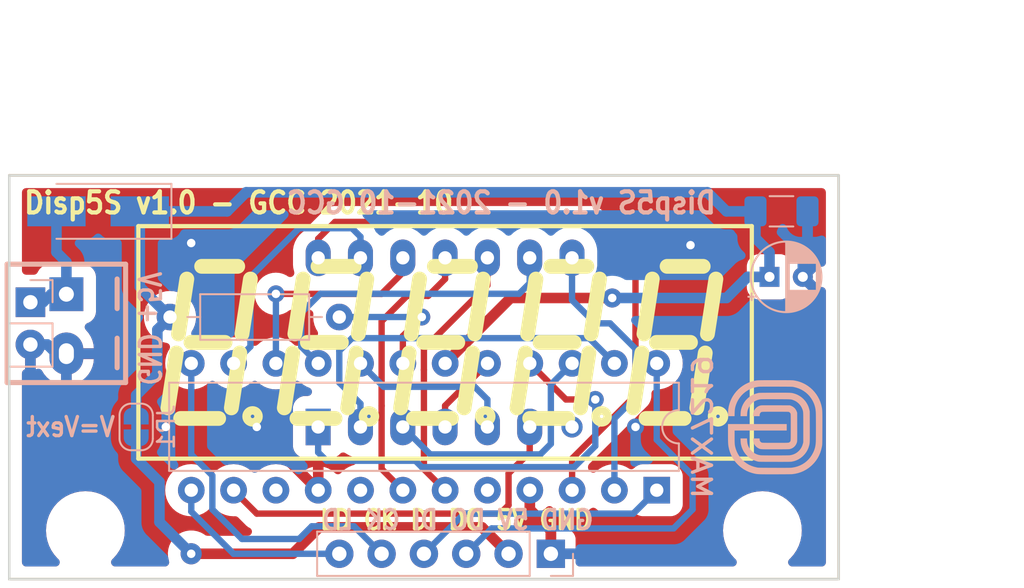
<source format=kicad_pcb>
(kicad_pcb (version 20211014) (generator pcbnew)
  (title_block (title "FSP-M10 AutoPilot") (rev "v1.0"))
  (layers (0 "F.Cu" signal "Rame.Fronte") (31 "B.Cu" signal "Rame.Retro") (34 "B.Paste" user) (35 "F.Paste" user) (36 "B.SilkS" user "B.Silkscreen") (37 "F.SilkS" user "F.Silkscreen") (38 "B.Mask" user) (39 "F.Mask" user) (44 "Edge.Cuts" user))
  (net 0 "")
  (net 1 "/5V")
  (net 2 "/CK")
  (net 3 "/DI")
  (net 4 "/K01")
  (net 5 "/K02")
  (net 6 "/K03")
  (net 7 "/K04")
  (net 8 "/K05")
  (net 9 "/K06")
  (net 10 "/LD")
  (net 11 "/S0A")
  (net 12 "/S0B")
  (net 13 "/S0C")
  (net 14 "/S0D")
  (net 15 "/S0E")
  (net 16 "/S0F")
  (net 17 "/S0G")
  (net 18 "/S0dp")
  (net 19 "GND")
  (net 20 "Net-(D1-Pad2)")
  (net 21 "/K07")
  (net 22 "Net-(IC1-Pad18)")
  (net 23 "/K08")
  (net 24 "/DO")
  (net 25 "Net-(JP1-Pad1)")
  (footprint "MountingHole:MountingHole_3.2mm_M3" (layer "F.Cu") (at 86.359998 49.403001 180)
    (fp_text reference "H1" hide)
    (fp_text value "CONN_1" hide)
    (pad "" np_thru_hole circle locked (at 0 0 180) (size 3.2 3.2) (drill 3.2) (layers *.Cu *.Mask))
  )
  (footprint "MountingHole:MountingHole_3.2mm_M3" (layer "F.Cu") (at 45.719998 49.403001 180)
    (fp_text reference "H2" hide)
    (fp_text value "CONN_1" hide)
    (pad "" np_thru_hole circle locked (at 0 0 180) (size 3.2 3.2) (drill 3.2) (layers *.Cu *.Mask))
  )
  (footprint "GCC_Display:Disp7s5x_036" (layer "F.Cu") (at 67.31 38.1)
    (fp_text reference "DP3" hide)
    (fp_text value "LEDDSP6_CK" hide)
    (pad "1" thru_hole rect locked (at -7.62 5.08 90) (size 2.19964 1.50114) (drill 0.8001) (layers *.Cu *.Mask) (net 15 "/S0E"))
    (pad "2" thru_hole oval locked (at -5.08 5.08 90) (size 2.19964 1.50114) (drill 0.8001) (layers *.Cu *.Mask) (net 14 "/S0D"))
    (pad "3" thru_hole oval locked (at -2.54 5.08 90) (size 2.19964 1.50114) (drill 0.8001) (layers *.Cu *.Mask) (net 18 "/S0dp"))
    (pad "4" thru_hole oval locked (at 0 5.08 90) (size 2.19964 1.50114) (drill 0.8001) (layers *.Cu *.Mask) (net 13 "/S0C"))
    (pad "5" thru_hole oval locked (at 2.54 5.08 90) (size 2.19964 1.50114) (drill 0.8001) (layers *.Cu *.Mask) (net 17 "/S0G"))
    (pad "6" thru_hole oval locked (at 5.08 5.08 90) (size 2.19964 1.50114) (drill 0.8001) (layers *.Cu *.Mask) (net 5 "/K02"))
    (pad "7" thru_hole oval locked (at 7.62 5.08 90) (size 1.27 1.27) (drill 0.8001) (layers *.Cu *.Mask))
    (pad "8" thru_hole oval locked (at 7.62 -5.08 90) (size 2.19964 1.50114) (drill 0.8001) (layers *.Cu *.Mask) (net 4 "/K01"))
    (pad "9" thru_hole oval locked (at 5.08 -5.08 90) (size 2.19964 1.50114) (drill 0.8001) (layers *.Cu *.Mask) (net 12 "/S0B"))
    (pad "10" thru_hole oval locked (at 2.54 -5.08 90) (size 2.19964 1.50114) (drill 0.8001) (layers *.Cu *.Mask) (net 6 "/K03"))
    (pad "11" thru_hole oval locked (at 0 -5.08 90) (size 2.19964 1.50114) (drill 0.8001) (layers *.Cu *.Mask) (net 7 "/K04"))
    (pad "12" thru_hole oval locked (at -2.53746 -5.08 90) (size 2.19964 1.50114) (drill 0.8001) (layers *.Cu *.Mask) (net 16 "/S0F"))
    (pad "13" thru_hole oval locked (at -5.08 -5.08 90) (size 2.19964 1.50114) (drill 0.8001) (layers *.Cu *.Mask) (net 11 "/S0A"))
    (pad "14" thru_hole oval locked (at -7.61746 -5.08 90) (size 2.19964 1.50114) (drill 0.8001) (layers *.Cu *.Mask) (net 8 "/K05"))
  )
  (footprint "Resistor_THT:R_Axial_DIN0207_L6.3mm_D2.5mm_P10.16mm_Horizontal" (layer "B.Cu") (at 60.959998 36.576001 180)
    (fp_text reference "R1" hide)
    (fp_text value "10k" hide)
    (pad "1" thru_hole circle locked (at 0 0 180) (size 1.6 1.6) (drill 0.8) (layers *.Cu *.Mask) (net 22 "Net-(IC1-Pad18)"))
    (pad "2" thru_hole oval locked (at 10.16 0 180) (size 1.6 1.6) (drill 0.8) (layers *.Cu *.Mask) (net 1 "/5V"))
  )
  (footprint "Connector_PinHeader_2.54mm:PinHeader_1x02_P2.54mm_Vertical" (layer "B.Cu") (at 42.418 35.687 180)
    (fp_text reference "P1" hide)
    (fp_text value "PWR" hide)
    (pad "1" thru_hole rect locked (at 0 0 180) (size 1.778 1.778) (drill 0.8636) (layers *.Cu *.Mask) (net 20 "Net-(D1-Pad2)"))
    (pad "2" thru_hole oval locked (at 0 -2.54 180) (size 1.778 1.778) (drill 0.8636) (layers *.Cu *.Mask) (net 19 "GND"))
  )
  (footprint "Capacitor_THT:CP_Radial_D4.0mm_P2.00mm" (layer "B.Cu") (at 86.784409 34.163)
    (fp_text reference "C1" hide)
    (fp_text value "100uF 16V" hide)
    (pad "1" thru_hole rect locked (at 0 0) (size 1.2 1.2) (drill 0.6) (layers *.Cu *.Mask) (net 1 "/5V"))
    (pad "2" thru_hole circle locked (at 2 0) (size 1.2 1.2) (drill 0.6) (layers *.Cu *.Mask) (net 19 "GND"))
  )
  (footprint "Package_DIP:DIP-24_W7.62mm" (layer "B.Cu") (at 80.015 46.98 90)
    (fp_text reference "IC1" hide)
    (fp_text value "MAX7219CNG" hide)
    (pad "1" thru_hole rect locked (at 0 0 90) (size 1.6 1.6) (drill 0.8) (layers *.Cu *.Mask) (net 3 "/DI"))
    (pad "2" thru_hole oval locked (at 0 -2.54 90) (size 1.6 1.6) (drill 0.8) (layers *.Cu *.Mask) (net 4 "/K01"))
    (pad "3" thru_hole oval locked (at 0 -5.08 90) (size 1.6 1.6) (drill 0.8) (layers *.Cu *.Mask) (net 8 "/K05"))
    (pad "4" thru_hole oval locked (at 0 -7.62 90) (size 1.6 1.6) (drill 0.8) (layers *.Cu *.Mask) (net 19 "GND"))
    (pad "5" thru_hole oval locked (at 0 -10.16 90) (size 1.6 1.6) (drill 0.8) (layers *.Cu *.Mask) (net 21 "/K07"))
    (pad "6" thru_hole oval locked (at 0 -12.7 90) (size 1.6 1.6) (drill 0.8) (layers *.Cu *.Mask) (net 6 "/K03"))
    (pad "7" thru_hole oval locked (at 0 -15.24 90) (size 1.6 1.6) (drill 0.8) (layers *.Cu *.Mask) (net 7 "/K04"))
    (pad "8" thru_hole oval locked (at 0 -17.78 90) (size 1.6 1.6) (drill 0.8) (layers *.Cu *.Mask) (net 23 "/K08"))
    (pad "9" thru_hole oval locked (at 0 -20.32 90) (size 1.6 1.6) (drill 0.8) (layers *.Cu *.Mask) (net 19 "GND"))
    (pad "10" thru_hole oval locked (at 0 -22.86 90) (size 1.6 1.6) (drill 0.8) (layers *.Cu *.Mask) (net 9 "/K06"))
    (pad "11" thru_hole oval locked (at 0 -25.4 90) (size 1.6 1.6) (drill 0.8) (layers *.Cu *.Mask) (net 5 "/K02"))
    (pad "12" thru_hole oval locked (at 0 -27.94 90) (size 1.6 1.6) (drill 0.8) (layers *.Cu *.Mask) (net 10 "/LD"))
    (pad "13" thru_hole oval locked (at 7.62 -27.94 90) (size 1.6 1.6) (drill 0.8) (layers *.Cu *.Mask) (net 2 "/CK"))
    (pad "14" thru_hole oval locked (at 7.62 -25.4 90) (size 1.6 1.6) (drill 0.8) (layers *.Cu *.Mask) (net 11 "/S0A"))
    (pad "15" thru_hole oval locked (at 7.62 -22.86 90) (size 1.6 1.6) (drill 0.8) (layers *.Cu *.Mask) (net 16 "/S0F"))
    (pad "16" thru_hole oval locked (at 7.62 -20.32 90) (size 1.6 1.6) (drill 0.8) (layers *.Cu *.Mask) (net 12 "/S0B"))
    (pad "17" thru_hole oval locked (at 7.62 -17.78 90) (size 1.6 1.6) (drill 0.8) (layers *.Cu *.Mask) (net 17 "/S0G"))
    (pad "18" thru_hole oval locked (at 7.62 -15.24 90) (size 1.6 1.6) (drill 0.8) (layers *.Cu *.Mask) (net 22 "Net-(IC1-Pad18)"))
    (pad "19" thru_hole oval locked (at 7.62 -12.7 90) (size 1.6 1.6) (drill 0.8) (layers *.Cu *.Mask) (net 1 "/5V"))
    (pad "20" thru_hole oval locked (at 7.62 -10.16 90) (size 1.6 1.6) (drill 0.8) (layers *.Cu *.Mask) (net 13 "/S0C"))
    (pad "21" thru_hole oval locked (at 7.62 -7.62 90) (size 1.6 1.6) (drill 0.8) (layers *.Cu *.Mask) (net 15 "/S0E"))
    (pad "22" thru_hole oval locked (at 7.62 -5.08 90) (size 1.6 1.6) (drill 0.8) (layers *.Cu *.Mask) (net 18 "/S0dp"))
    (pad "23" thru_hole oval locked (at 7.62 -2.54 90) (size 1.6 1.6) (drill 0.8) (layers *.Cu *.Mask) (net 14 "/S0D"))
    (pad "24" thru_hole oval locked (at 7.62 0 90) (size 1.6 1.6) (drill 0.8) (layers *.Cu *.Mask) (net 24 "/DO"))
  )
  (footprint "Diode_SMD:D_SMA_Handsoldering" (layer "B.Cu") (at 46.482 30.226 180)
    (fp_text reference "D1" hide)
    (fp_text value "1N5819" hide)
    (pad "1" smd rect locked (at -2.5 0 180) (size 3.5 1.8) (layers "B.Cu" "B.Paste" "B.Mask") (net 1 "/5V"))
    (pad "2" smd rect locked (at 2.5 0 180) (size 3.5 1.8) (layers "B.Cu" "B.Paste" "B.Mask") (net 20 "Net-(D1-Pad2)"))
  )
  (footprint "Capacitor_SMD:C_1206_3216Metric_Pad1.33x1.80mm_HandSolder" (layer "B.Cu") (at 87.503 30.226)
    (fp_text reference "C2" hide)
    (fp_text value "100nF" hide)
    (pad "1" smd roundrect locked (at -1.5625 0) (size 1.325 1.8) (layers "B.Cu" "B.Paste" "B.Mask") (roundrect_rratio 0.188679) (net 1 "/5V"))
    (pad "2" smd roundrect locked (at 1.5625 0) (size 1.325 1.8) (layers "B.Cu" "B.Paste" "B.Mask") (roundrect_rratio 0.188679) (net 19 "GND"))
  )
  (footprint "Connector_PinHeader_2.54mm:PinHeader_1x06_P2.54mm_Vertical" (layer "B.Cu") (at 73.66 50.8 90)
    (fp_text reference "P2" hide)
    (fp_text value "CONN-6" hide)
    (pad "1" thru_hole rect locked (at 0 0 90) (size 1.7 1.7) (drill 0.8636) (layers *.Cu *.Mask) (net 19 "GND"))
    (pad "2" thru_hole oval locked (at 0 -2.54 90) (size 1.7 1.7) (drill 0.8636) (layers *.Cu *.Mask) (net 25 "Net-(JP1-Pad1)"))
    (pad "3" thru_hole oval locked (at 0 -5.08 90) (size 1.7 1.7) (drill 0.8636) (layers *.Cu *.Mask) (net 24 "/DO"))
    (pad "4" thru_hole oval locked (at 0 -7.62 90) (size 1.7 1.7) (drill 0.8636) (layers *.Cu *.Mask) (net 3 "/DI"))
    (pad "5" thru_hole oval locked (at 0 -10.16 90) (size 1.7 1.7) (drill 0.8636) (layers *.Cu *.Mask) (net 2 "/CK"))
    (pad "6" thru_hole oval locked (at 0 -12.7 90) (size 1.7 1.7) (drill 0.8636) (layers *.Cu *.Mask) (net 10 "/LD"))
  )
  (footprint "Jumper:SolderJumper-2_P1.3mm_Bridged_RoundedPad1.0x1.5mm" (layer "B.Cu") (at 48.768 43.18 90)
    (fp_text reference "JP1" (at 0 1.8 270) (layer "B.SilkS") (effects (justify mirror)))
    (fp_text value "JUMPER2")
    (fp_poly (pts (xy 0.25 0.3) (xy -0.25 0.3) (xy -0.25 -0.3) (xy 0.25 -0.3)) (layer "B.Cu") (width 0) (fill solid))
    (pad "1" smd custom locked (at -0.65 0 90) (size 1 0.5) (layers "B.Cu" "B.Mask") (net 25 "Net-(JP1-Pad1)") (options (clearance outline) (anchor rect)) (primitives (gr_circle (center 0 -0.25) (end 0.5 -0.25) (width 0) (fill yes)) (gr_circle (center 0 0.25) (end 0.5 0.25) (width 0) (fill yes)) (gr_poly (pts (xy 0.5 0.75) (xy 0 0.75) (xy 0 -0.75) (xy 0.5 -0.75)) (width 0) (fill yes))))
    (pad "2" smd custom locked (at 0.65 0 90) (size 1 0.5) (layers "B.Cu" "B.Mask") (net 1 "/5V") (options (clearance outline) (anchor rect)) (primitives (gr_circle (center 0 -0.25) (end 0.5 -0.25) (width 0) (fill yes)) (gr_circle (center 0 0.25) (end 0.5 0.25) (width 0) (fill yes)) (gr_poly (pts (xy 0 0.75) (xy -0.5 0.75) (xy -0.5 -0.75) (xy 0 -0.75)) (width 0) (fill yes))))
  )
  (footprint "GCC_Headers:HDR2-3.50+3.81mm" (layer "B.Cu") (at 44.577 36.957 -90)
    (fp_text reference "P11" hide)
    (fp_text value "PWR" hide)
    (pad "1" thru_hole rect (at -1.7526 0 270) (size 2.032 2.032) (drill 0.9) (layers *.Cu *.Mask) (net 20 "Net-(D1-Pad2)"))
    (pad "2" thru_hole oval (at 1.82 0 270) (size 2.54 2.032) (drill oval 1.25 0.9) (layers *.Cu *.Mask) (net 19 "GND"))
  )
  (footprint "GCC_Logos:GCC Logo 6mm" (layer "B.Cu") (at 87.122 43.18 180)
    (fp_text reference "G***" hide)
    (fp_text value "LOGO" hide)
  )
  (gr_line (start 41.147996 28.067001) (end 41.147996 52.324001) (layer "B.SilkS") (width 0.14986))
  (gr_line (start 90.931996 28.067001) (end 41.147996 28.067001) (layer "B.SilkS") (width 0.14986))
  (gr_line (start 90.931996 52.324001) (end 90.931996 28.067001) (layer "B.SilkS") (width 0.14986))
  (gr_line (start 41.147996 52.324001) (end 90.931996 52.324001) (layer "B.SilkS") (width 0.14986))
  (gr_line (start 41.147996 52.324001) (end 41.147996 28.067001) (layer "F.SilkS") (width 0.14986))
  (gr_line (start 90.931996 28.067001) (end 90.931996 52.324001) (layer "F.SilkS") (width 0.14986))
  (gr_line (start 41.147996 28.067001) (end 90.931996 28.067001) (layer "F.SilkS") (width 0.14986))
  (gr_line (start 90.931996 52.324001) (end 41.147996 52.324001) (layer "F.SilkS") (width 0.14986))
  (gr_line (start 90.932 52.324) (end 41.148 52.324) (layer "Edge.Cuts") (width 0.14986))
  (gr_line (start 41.148 28.067) (end 90.932 28.067) (layer "Edge.Cuts") (width 0.14986))
  (gr_line (start 90.932 28.067) (end 90.932 52.324) (layer "Edge.Cuts") (width 0.14986))
  (gr_line (start 41.148 52.324) (end 41.148 28.067) (layer "Edge.Cuts") (width 0.14986))
  (gr_text "MAX7219" (at 82.677 43.18 270) (layer "B.SilkS") (effects (font (size 1.143 1.27) (thickness 0.2032)) (justify mirror)))
  (gr_text "Disp5S v1.0 - 2021-10 GCC" (at 83.693 29.718) (layer "B.SilkS") (effects (font (size 1.27 1.143) (thickness 0.254)) (justify left mirror)))
  (gr_text "GND" (at 49.529998 39.116001 270) (layer "B.SilkS") (effects (font (size 1.27 1.016) (thickness 0.2032)) (justify mirror)))
  (gr_text "+5V" (at 49.529998 35.433001 270) (layer "B.SilkS") (effects (font (size 1.27 1.016) (thickness 0.2032)) (justify mirror)))
  (gr_text "GND 5V DO DI CK LD" (at 68.072 48.768) (layer "B.SilkS") (effects (font (size 1.143 1.016) (thickness 0.2032)) (justify mirror)))
  (gr_text "V=Vext" (at 44.831 43.18) (layer "B.SilkS") (effects (font (size 1.143 1.016) (thickness 0.2032)) (justify mirror)))
  (gr_text "LD CK DI DO 5V GND" (at 67.945 48.768) (layer "F.SilkS") (effects (font (size 1.143 1.016) (thickness 0.2032))))
  (gr_text "Disp5S v1.0 - GCC 2021-10" (at 41.91 29.718) (layer "F.SilkS") (effects (font (size 1.27 1.143) (thickness 0.254)) (justify left)))
  (segment (start 71.242 35.433) (end 67.315 39.36) (width 0.635) (layer "F.Cu") (net 1))
  (segment (start 77.343 35.433) (end 71.242 35.433) (width 0.635) (layer "F.Cu") (net 1))
  (via (at 77.343 35.433) (size 1.143) (drill 0.508) (layers "F.Cu" "B.Cu") (net 1))
  (segment (start 86.784409 32.682409) (end 86.784409 34.163) (width 0.635) (layer "B.Cu") (net 1))
  (segment (start 84.201 30.226) (end 85.9405 30.226) (width 0.635) (layer "B.Cu") (net 1))
  (segment (start 83.058 29.083) (end 84.201 30.226) (width 0.635) (layer "B.Cu") (net 1))
  (segment (start 77.343 35.433) (end 84.201 35.433) (width 0.635) (layer "B.Cu") (net 1))
  (segment (start 54.229 30.226) (end 55.372 29.083) (width 0.635) (layer "B.Cu") (net 1))
  (segment (start 48.982 30.226) (end 48.982 34.758003) (width 0.635) (layer "B.Cu") (net 1))
  (segment (start 84.201 35.433) (end 85.471 34.163) (width 0.635) (layer "B.Cu") (net 1))
  (segment (start 55.372 29.083) (end 83.058 29.083) (width 0.635) (layer "B.Cu") (net 1))
  (segment (start 50.038 37.337999) (end 50.799998 36.576001) (width 0.635) (layer "B.Cu") (net 1))
  (segment (start 48.768 41.275) (end 50.038 40.005) (width 0.635) (layer "B.Cu") (net 1))
  (segment (start 85.9405 30.226) (end 85.9405 31.8385) (width 0.635) (layer "B.Cu") (net 1))
  (segment (start 48.768 42.53) (end 48.768 41.275) (width 0.635) (layer "B.Cu") (net 1))
  (segment (start 50.038 40.005) (end 50.038 37.337999) (width 0.635) (layer "B.Cu") (net 1))
  (segment (start 48.982 30.226) (end 54.229 30.226) (width 0.635) (layer "B.Cu") (net 1))
  (segment (start 85.9405 31.8385) (end 86.784409 32.682409) (width 0.635) (layer "B.Cu") (net 1))
  (segment (start 48.982 34.758003) (end 50.799998 36.576001) (width 0.635) (layer "B.Cu") (net 1))
  (segment (start 85.471 34.163) (end 86.784409 34.163) (width 0.635) (layer "B.Cu") (net 1))
  (segment (start 53.34 46.101) (end 53.34 48.133) (width 0.381) (layer "B.Cu") (net 2))
  (segment (start 52.075 39.36) (end 52.075 40.899) (width 0.381) (layer "B.Cu") (net 2))
  (segment (start 59.309 49.149) (end 61.849 49.149) (width 0.381) (layer "B.Cu") (net 2))
  (segment (start 61.849 49.149) (end 63.5 50.8) (width 0.381) (layer "B.Cu") (net 2))
  (segment (start 53.34 48.133) (end 55.118 49.911) (width 0.381) (layer "B.Cu") (net 2))
  (segment (start 55.118 49.911) (end 58.547 49.911) (width 0.381) (layer "B.Cu") (net 2))
  (segment (start 52.07 40.904) (end 52.07 44.831) (width 0.381) (layer "B.Cu") (net 2))
  (segment (start 58.547 49.911) (end 59.309 49.149) (width 0.381) (layer "B.Cu") (net 2))
  (segment (start 52.07 44.831) (end 53.34 46.101) (width 0.381) (layer "B.Cu") (net 2))
  (segment (start 52.075 40.899) (end 52.07 40.904) (width 0.381) (layer "B.Cu") (net 2))
  (segment (start 66.04 50.8) (end 68.453 48.387) (width 0.381) (layer "B.Cu") (net 3))
  (segment (start 78.608 48.387) (end 80.015 46.98) (width 0.381) (layer "B.Cu") (net 3))
  (segment (start 68.453 48.387) (end 78.608 48.387) (width 0.381) (layer "B.Cu") (net 3))
  (segment (start 76.327 36.957) (end 74.93 35.56) (width 0.381) (layer "B.Cu") (net 4))
  (segment (start 78.74 38.481) (end 78.74 41.402) (width 0.381) (layer "B.Cu") (net 4))
  (segment (start 77.475004 42.666996) (end 77.475004 46.979992) (width 0.381) (layer "B.Cu") (net 4))
  (segment (start 77.216 36.957) (end 76.327 36.957) (width 0.381) (layer "B.Cu") (net 4))
  (segment (start 78.74 41.402) (end 77.475004 42.666996) (width 0.381) (layer "B.Cu") (net 4))
  (segment (start 77.216 36.957) (end 78.74 38.481) (width 0.381) (layer "B.Cu") (net 4))
  (segment (start 74.93 33.02) (end 74.93 35.56) (width 0.381) (layer "B.Cu") (net 4))
  (segment (start 72.39 44.704) (end 71.12 45.974) (width 0.381) (layer "F.Cu") (net 5))
  (segment (start 70.612 48.387) (end 56.007 48.387) (width 0.381) (layer "F.Cu") (net 5))
  (segment (start 71.12 47.879) (end 70.612 48.387) (width 0.381) (layer "F.Cu") (net 5))
  (segment (start 54.615 46.995) (end 54.615 46.98) (width 0.381) (layer "F.Cu") (net 5))
  (segment (start 56.007 48.387) (end 54.615 46.995) (width 0.381) (layer "F.Cu") (net 5))
  (segment (start 72.39 43.18) (end 72.39 44.704) (width 0.381) (layer "F.Cu") (net 5))
  (segment (start 71.12 45.974) (end 71.12 47.879) (width 0.381) (layer "F.Cu") (net 5))
  (segment (start 69.85 34.671) (end 69.85 33.02) (width 0.381) (layer "F.Cu") (net 6))
  (segment (start 66.04 38.481) (end 69.85 34.671) (width 0.381) (layer "F.Cu") (net 6))
  (segment (start 66.04 45.72) (end 66.04 39.751) (width 0.381) (layer "F.Cu") (net 6))
  (segment (start 67.3 46.98) (end 66.04 45.72) (width 0.381) (layer "F.Cu") (net 6))
  (segment (start 66.04 39.751) (end 66.04 38.481) (width 0.381) (layer "F.Cu") (net 6))
  (segment (start 63.5 41.91) (end 63.5 36.83) (width 0.381) (layer "F.Cu") (net 7))
  (segment (start 63.5 36.83) (end 65.024 35.306) (width 0.381) (layer "F.Cu") (net 7))
  (segment (start 67.31 34.29) (end 67.31 33.02) (width 0.381) (layer "F.Cu") (net 7))
  (segment (start 65.024 35.306) (end 66.294 35.306) (width 0.381) (layer "F.Cu") (net 7))
  (segment (start 63.5 41.91) (end 63.5 45.705) (width 0.381) (layer "F.Cu") (net 7))
  (segment (start 66.294 35.306) (end 67.31 34.29) (width 0.381) (layer "F.Cu") (net 7))
  (segment (start 63.5 45.705) (end 64.775 46.98) (width 0.381) (layer "F.Cu") (net 7))
  (segment (start 78.74 41.275) (end 78.74 33.528) (width 0.381) (layer "F.Cu") (net 8))
  (segment (start 74.935 45.08) (end 78.74 41.275) (width 0.381) (layer "F.Cu") (net 8))
  (segment (start 74.935 46.98) (end 74.935 45.08) (width 0.381) (layer "F.Cu") (net 8))
  (segment (start 78.74 33.528) (end 76.073 30.861) (width 0.381) (layer "F.Cu") (net 8))
  (segment (start 60.706 30.861) (end 59.69254 31.87446) (width 0.381) (layer "F.Cu") (net 8))
  (segment (start 76.073 30.861) (end 60.706 30.861) (width 0.381) (layer "F.Cu") (net 8))
  (segment (start 59.69254 31.87446) (end 59.69254 33.02) (width 0.381) (layer "F.Cu") (net 8))
  (segment (start 52.075 46.98) (end 52.075 48.265) (width 0.381) (layer "B.Cu") (net 10))
  (segment (start 52.075 48.265) (end 54.61 50.8) (width 0.381) (layer "B.Cu") (net 10))
  (segment (start 54.61 50.8) (end 60.96 50.8) (width 0.381) (layer "B.Cu") (net 10))
  (segment (start 54.615 39.36) (end 55.626 38.349) (width 0.381) (layer "B.Cu") (net 11))
  (segment (start 55.626 34.163) (end 58.547 31.242) (width 0.381) (layer "B.Cu") (net 11))
  (segment (start 62.23 31.75) (end 62.23 33.02) (width 0.381) (layer "B.Cu") (net 11))
  (segment (start 58.547 31.242) (end 61.722 31.242) (width 0.381) (layer "B.Cu") (net 11))
  (segment (start 61.722 31.242) (end 62.23 31.75) (width 0.381) (layer "B.Cu") (net 11))
  (segment (start 55.626 38.349) (end 55.626 34.163) (width 0.381) (layer "B.Cu") (net 11))
  (segment (start 58.674 36.322) (end 59.817 35.179) (width 0.381) (layer "B.Cu") (net 12))
  (segment (start 72.39 34.544) (end 72.39 33.02) (width 0.381) (layer "B.Cu") (net 12))
  (segment (start 59.68 39.36) (end 58.674 38.354) (width 0.381) (layer "B.Cu") (net 12))
  (segment (start 71.755 35.179) (end 72.39 34.544) (width 0.381) (layer "B.Cu") (net 12))
  (segment (start 58.674 38.354) (end 58.674 36.322) (width 0.381) (layer "B.Cu") (net 12))
  (segment (start 59.817 35.179) (end 71.755 35.179) (width 0.381) (layer "B.Cu") (net 12))
  (segment (start 67.31 43.18) (end 67.31 41.905) (width 0.381) (layer "F.Cu") (net 13))
  (segment (start 67.31 41.905) (end 69.855 39.36) (width 0.381) (layer "F.Cu") (net 13))
  (segment (start 60.96 40.513) (end 60.96 38.608) (width 0.381) (layer "B.Cu") (net 14))
  (segment (start 60.96 38.608) (end 61.722 37.846) (width 0.381) (layer "B.Cu") (net 14))
  (segment (start 62.23 41.783) (end 60.96 40.513) (width 0.381) (layer "B.Cu") (net 14))
  (segment (start 61.722 37.846) (end 75.961 37.846) (width 0.381) (layer "B.Cu") (net 14))
  (segment (start 62.23 43.18) (end 62.23 41.783) (width 0.381) (layer "B.Cu") (net 14))
  (segment (start 75.961 37.846) (end 77.475 39.36) (width 0.381) (layer "B.Cu") (net 14))
  (segment (start 76.327 41.529) (end 74.564 41.529) (width 0.381) (layer "F.Cu") (net 15))
  (segment (start 74.564 41.529) (end 72.395 39.36) (width 0.381) (layer "F.Cu") (net 15))
  (via (at 76.327 41.529) (size 1.016) (drill 0.508) (layers "F.Cu" "B.Cu") (net 15))
  (segment (start 60.198 45.212) (end 65.532 45.212) (width 0.381) (layer "B.Cu") (net 15))
  (segment (start 59.69 43.18) (end 59.69 44.704) (width 0.381) (layer "B.Cu") (net 15))
  (segment (start 65.532 45.212) (end 65.913 45.593) (width 0.381) (layer "B.Cu") (net 15))
  (segment (start 59.69 44.704) (end 60.198 45.212) (width 0.381) (layer "B.Cu") (net 15))
  (segment (start 76.327 44.323) (end 76.327 41.529) (width 0.381) (layer "B.Cu") (net 15))
  (segment (start 65.913 45.593) (end 75.057 45.593) (width 0.381) (layer "B.Cu") (net 15))
  (segment (start 75.057 45.593) (end 76.327 44.323) (width 0.381) (layer "B.Cu") (net 15))
  (segment (start 64.77254 33.90646) (end 64.77254 33.02) (width 0.381) (layer "F.Cu") (net 16))
  (segment (start 63.495 35.184) (end 64.77254 33.90646) (width 0.381) (layer "F.Cu") (net 16))
  (segment (start 57.155 35.184) (end 63.495 35.184) (width 0.381) (layer "F.Cu") (net 16))
  (via (at 57.155 35.184) (size 1.016) (drill 0.508) (layers "F.Cu" "B.Cu") (net 16))
  (segment (start 57.155 39.36) (end 57.155 35.184) (width 0.381) (layer "B.Cu") (net 16))
  (segment (start 62.235 39.375) (end 63.627 40.767) (width 0.381) (layer "B.Cu") (net 17))
  (segment (start 69.85 41.529) (end 69.85 43.18) (width 0.381) (layer "B.Cu") (net 17))
  (segment (start 69.088 40.767) (end 69.85 41.529) (width 0.381) (layer "B.Cu") (net 17))
  (segment (start 63.627 40.767) (end 69.088 40.767) (width 0.381) (layer "B.Cu") (net 17))
  (segment (start 66.421 44.831) (end 73.025 44.831) (width 0.381) (layer "B.Cu") (net 18))
  (segment (start 64.77 43.18) (end 66.421 44.831) (width 0.381) (layer "B.Cu") (net 18))
  (segment (start 73.025 44.831) (end 73.66 44.196) (width 0.381) (layer "B.Cu") (net 18))
  (segment (start 73.66 40.635) (end 74.935 39.36) (width 0.381) (layer "B.Cu") (net 18))
  (segment (start 73.66 44.196) (end 73.66 40.635) (width 0.381) (layer "B.Cu") (net 18))
  (segment (start 54.229 44.958) (end 57.673 44.958) (width 0.635) (layer "F.Cu") (net 19))
  (segment (start 44.577 38.777) (end 48.048 38.777) (width 0.635) (layer "F.Cu") (net 19))
  (segment (start 73.66 49.403) (end 73.66 50.8) (width 0.635) (layer "F.Cu") (net 19))
  (segment (start 72.395 46.98) (end 72.395 48.138) (width 0.635) (layer "F.Cu") (net 19))
  (segment (start 57.673 44.958) (end 59.695 46.98) (width 0.635) (layer "F.Cu") (net 19))
  (segment (start 48.048 38.777) (end 54.229 44.958) (width 0.635) (layer "F.Cu") (net 19))
  (segment (start 72.395 48.138) (end 73.66 49.403) (width 0.635) (layer "F.Cu") (net 19))
  (via (at 56.007 43.18) (size 1.016) (drill 0.508) (layers "F.Cu" "B.Cu") (net 19))
  (via (at 52.07 32.131) (size 1.016) (drill 0.508) (layers "F.Cu" "B.Cu") (net 19))
  (via (at 82.042 32.258) (size 1.016) (drill 0.508) (layers "F.Cu" "B.Cu") (net 19))
  (via (at 78.74 43.18) (size 1.016) (drill 0.508) (layers "F.Cu" "B.Cu") (net 19))
  (via (at 50.546 43.18) (size 1.016) (drill 0.508) (layers "F.Cu" "B.Cu") (net 19))
  (segment (start 43.984 38.777) (end 43.434 38.227) (width 0.635) (layer "B.Cu") (net 19))
  (segment (start 43.434 38.227) (end 42.418 38.227) (width 0.635) (layer "B.Cu") (net 19))
  (segment (start 89.0655 32.6005) (end 89.0655 30.226) (width 0.635) (layer "B.Cu") (net 19))
  (segment (start 88.784409 32.881591) (end 89.0655 32.6005) (width 0.635) (layer "B.Cu") (net 19))
  (segment (start 88.784409 34.163) (end 88.784409 32.881591) (width 0.635) (layer "B.Cu") (net 19))
  (segment (start 44.577 33.274) (end 44.577 35.2044) (width 0.635) (layer "B.Cu") (net 20))
  (segment (start 43.18 35.687) (end 43.6626 35.2044) (width 0.635) (layer "B.Cu") (net 20))
  (segment (start 43.6626 35.2044) (end 44.577 35.2044) (width 0.635) (layer "B.Cu") (net 20))
  (segment (start 43.982 30.226) (end 43.982 32.679) (width 0.635) (layer "B.Cu") (net 20))
  (segment (start 42.418 35.687) (end 43.18 35.687) (width 0.635) (layer "B.Cu") (net 20))
  (segment (start 43.982 32.679) (end 44.577 33.274) (width 0.635) (layer "B.Cu") (net 20))
  (segment (start 64.775 39.36) (end 64.775 37.714) (width 0.381) (layer "F.Cu") (net 22))
  (segment (start 64.775 37.714) (end 65.913 36.576) (width 0.381) (layer "F.Cu") (net 22))
  (via (at 65.913 36.576) (size 1.016) (drill 0.508) (layers "F.Cu" "B.Cu") (net 22))
  (segment (start 65.913 36.576) (end 60.959998 36.576001) (width 0.381) (layer "B.Cu") (net 22))
  (segment (start 80.015 43.947) (end 80.015 39.36) (width 0.381) (layer "B.Cu") (net 24))
  (segment (start 70.104 49.276) (end 81.026 49.276) (width 0.381) (layer "B.Cu") (net 24))
  (segment (start 81.026 49.276) (end 82.169 48.133) (width 0.381) (layer "B.Cu") (net 24))
  (segment (start 82.169 48.133) (end 82.169 46.101) (width 0.381) (layer "B.Cu") (net 24))
  (segment (start 82.169 46.101) (end 80.015 43.947) (width 0.381) (layer "B.Cu") (net 24))
  (segment (start 68.58 50.8) (end 70.104 49.276) (width 0.381) (layer "B.Cu") (net 24))
  (segment (start 59.7535 49.2125) (end 69.5325 49.2125) (width 0.635) (layer "F.Cu") (net 25))
  (segment (start 52.07 50.8) (end 58.166 50.8) (width 0.635) (layer "F.Cu") (net 25))
  (segment (start 69.5325 49.2125) (end 71.12 50.8) (width 0.635) (layer "F.Cu") (net 25))
  (segment (start 58.166 50.8) (end 59.7535 49.2125) (width 0.635) (layer "F.Cu") (net 25))
  (via (at 52.07 50.8) (size 1.27) (drill 0.508) (layers "F.Cu" "B.Cu") (net 25))
  (segment (start 52.07 50.8) (end 50.165 48.895) (width 0.635) (layer "B.Cu") (net 25))
  (segment (start 48.768 45.085) (end 48.768 43.83) (width 0.635) (layer "B.Cu") (net 25))
  (segment (start 50.165 46.482) (end 48.768 45.085) (width 0.635) (layer "B.Cu") (net 25))
  (segment (start 50.165 48.895) (end 50.165 46.482) (width 0.635) (layer "B.Cu") (net 25))
  (zone (net 19) (net_name "GND") (layer "F.Cu") (connect_pads (clearance 0.762)) (min_thickness 0.508) (fill yes (thermal_gap 0.635) (thermal_bridge_width 0.635))
    (polygon (pts (xy 90.931998 52.324002) (xy 41.147998 52.324) (xy 41.147999 28.067) (xy 90.931997 28.067002)))
  )
  (zone (net 19) (net_name "GND") (layer "B.Cu") (connect_pads (clearance 0.762)) (min_thickness 0.508) (fill yes (thermal_gap 0.635) (thermal_bridge_width 0.635))
    (polygon (pts (xy 90.931998 28.067002) (xy 41.148 28.067) (xy 41.147998 52.324) (xy 90.931998 52.324002)))
  )
)
</source>
